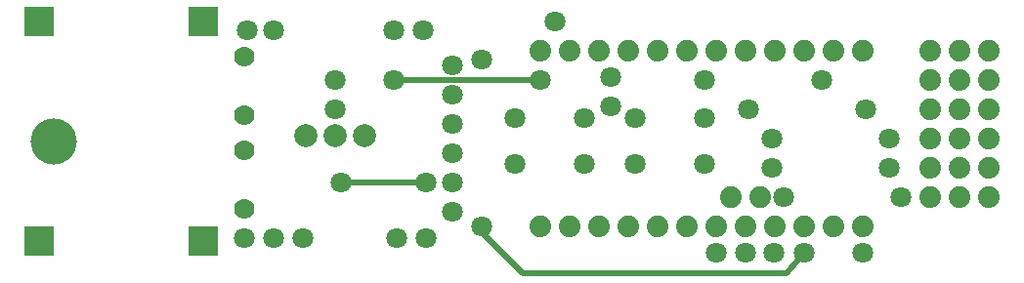
<source format=gbl>
G04 ---------------------------- Layer name :BOTTOM LAYER*
G04 EasyEDA v5.7.26, Thu, 04 Oct 2018 07:00:36 GMT*
G04 bab801e3e9994df8b30bbc7ea68d8503*
G04 Gerber Generator version 0.2*
G04 Scale: 100 percent, Rotated: No, Reflected: No *
G04 Dimensions in millimeters *
G04 leading zeros omitted , absolute positions ,3 integer and 3 decimal *
%FSLAX33Y33*%
%MOMM*%
G90*
G71D02*

%ADD10C,0.499999*%
%ADD14C,1.799996*%
%ADD19C,1.999996*%
%ADD20C,1.880006*%
%ADD21C,1.778000*%
%ADD22C,1.879600*%
%ADD23R,2.540000X2.540000*%
%ADD24C,3.999992*%

%LPD*%
G54D10*
G01X28194Y9144D02*
G01X36068Y9144D01*
G01X33274Y18034D02*
G01X45974Y18034D01*
G01X40894Y5334D02*
G01X40894Y4826D01*
G01X44450Y1270D01*
G01X67310Y1270D01*
G01X68834Y3048D01*
G01X68834Y3048D01*
G54D20*
G01X65024Y7874D03*
G01X62484Y7874D03*
G54D19*
G01X30734Y13208D03*
G01X28194Y13208D03*
G01X25654Y13208D03*
G54D21*
G01X20320Y6858D03*
G01X20320Y11938D03*
G01X20320Y14986D03*
G01X20320Y20066D03*
G54D14*
G01X61214Y3048D03*
G01X66212Y3048D03*
G01X52070Y18288D03*
G01X52070Y15748D03*
G01X49784Y14732D03*
G01X43784Y14732D03*
G01X49784Y10731D03*
G01X43784Y10731D03*
G01X60198Y14732D03*
G01X54198Y14732D03*
G01X60198Y10731D03*
G01X54198Y10731D03*
G54D22*
G01X45974Y5334D03*
G01X48514Y5334D03*
G01X51054Y5334D03*
G01X53594Y5334D03*
G01X56134Y5334D03*
G01X58674Y5334D03*
G01X61214Y5334D03*
G01X63754Y5334D03*
G01X66294Y5334D03*
G01X68834Y5334D03*
G01X71374Y5334D03*
G01X73914Y5334D03*
G01X73914Y20574D03*
G01X71374Y20574D03*
G01X68834Y20574D03*
G01X66294Y20574D03*
G01X63754Y20574D03*
G01X61214Y20574D03*
G01X58674Y20574D03*
G01X56134Y20574D03*
G01X53594Y20574D03*
G01X51054Y20574D03*
G01X48514Y20574D03*
G01X45974Y20574D03*
G54D14*
G01X60198Y18034D03*
G01X70358Y18034D03*
G01X64008Y15494D03*
G01X74168Y15494D03*
G01X66040Y12954D03*
G01X76200Y12954D03*
G01X66040Y10414D03*
G01X76200Y10414D03*
G01X67056Y7874D03*
G01X77216Y7874D03*
G01X63754Y3048D03*
G01X73914Y3048D03*
G54D22*
G01X79756Y20574D03*
G01X82296Y20574D03*
G01X84836Y20574D03*
G01X79756Y18034D03*
G01X82296Y18034D03*
G01X84836Y18034D03*
G01X79756Y15494D03*
G01X82296Y15494D03*
G01X84836Y15494D03*
G01X79756Y12954D03*
G01X82296Y12954D03*
G01X84836Y12954D03*
G01X79756Y10414D03*
G01X82296Y10414D03*
G01X84836Y10414D03*
G01X79756Y7874D03*
G01X82296Y7874D03*
G01X84836Y7874D03*
G54D14*
G01X20574Y22352D03*
G01X22860Y22352D03*
G01X33274Y22352D03*
G01X35814Y22352D03*
G01X20320Y4318D03*
G01X22860Y4318D03*
G01X25400Y4318D03*
G01X33528Y4318D03*
G01X36068Y4318D03*
G54D23*
G01X2540Y4064D03*
G01X16764Y4064D03*
G01X2540Y23114D03*
G01X16764Y23114D03*
G54D14*
G01X38354Y19304D03*
G01X38354Y16764D03*
G01X38354Y14224D03*
G01X38354Y11684D03*
G01X38354Y9144D03*
G01X38354Y6604D03*
G01X28702Y9144D03*
G01X36068Y9144D03*
G01X40894Y5334D03*
G01X45974Y18034D03*
G01X33274Y18034D03*
G01X68834Y3048D03*
G01X47244Y23114D03*
G01X40894Y19812D03*
G01X28194Y18034D03*
G01X28194Y15494D03*
G54D24*
G01X3810Y12700D03*
M00*
M02*

</source>
